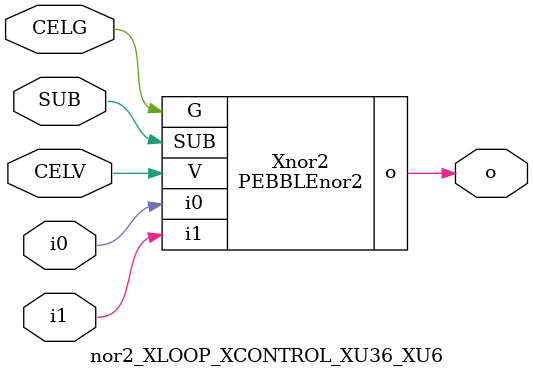
<source format=v>



module PEBBLEnor2 ( o, G, SUB, V, i0, i1 );

  input i0;
  input V;
  input i1;
  input G;
  output o;
  input SUB;
endmodule

//Celera Confidential Do Not Copy nor2_XLOOP_XCONTROL_XU36_XU6
//Celera Confidential Symbol Generator
//nor2
module nor2_XLOOP_XCONTROL_XU36_XU6 (CELV,CELG,i0,i1,o,SUB);
input CELV;
input CELG;
input i0;
input i1;
input SUB;
output o;

//Celera Confidential Do Not Copy nor2
PEBBLEnor2 Xnor2(
.V (CELV),
.i0 (i0),
.i1 (i1),
.o (o),
.SUB (SUB),
.G (CELG)
);
//,diesize,PEBBLEnor2

//Celera Confidential Do Not Copy Module End
//Celera Schematic Generator
endmodule

</source>
